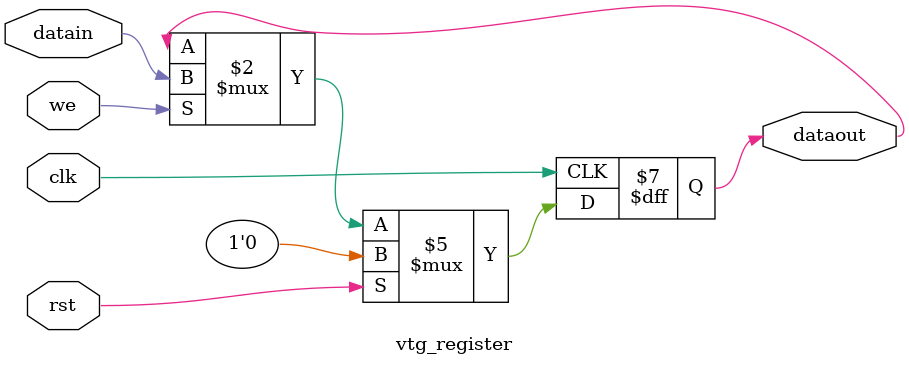
<source format=v>

module vtg_register(
            clk,
            rst,
            we,
            datain,
            dataout
        );
        
    parameter SIZE = 1'b1;
    parameter RST_VAL = 1'b0;
    
    input wire clk;
    input wire rst;
    input wire we;
    input wire [SIZE-1:0] datain;
    output reg [SIZE-1:0] dataout;

always @ (posedge clk) begin
    if (rst) begin
        dataout <= RST_VAL;
    end
    else if (we) begin
        dataout <= datain;
    end
    
end

endmodule
        

</source>
